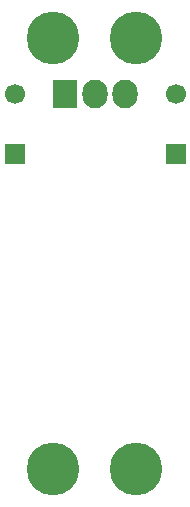
<source format=gbr>
G04 #@! TF.FileFunction,Soldermask,Top*
%FSLAX46Y46*%
G04 Gerber Fmt 4.6, Leading zero omitted, Abs format (unit mm)*
G04 Created by KiCad (PCBNEW 4.0.4+e1-6308~48~ubuntu16.04.1-stable) date Tue Oct 25 19:36:01 2016*
%MOMM*%
%LPD*%
G01*
G04 APERTURE LIST*
%ADD10C,0.100000*%
%ADD11R,2.127200X2.432000*%
%ADD12O,2.127200X2.432000*%
%ADD13R,1.700000X1.700000*%
%ADD14C,1.700000*%
%ADD15C,4.464000*%
G04 APERTURE END LIST*
D10*
D11*
X135978900Y-37769800D03*
D12*
X138518900Y-37769800D03*
X141058900Y-37769800D03*
D13*
X131711700Y-42773600D03*
D14*
X131711700Y-37773600D03*
D13*
X145351500Y-42773600D03*
D14*
X145351500Y-37773600D03*
D15*
X134999000Y-33018800D03*
X141999000Y-33018800D03*
X134999000Y-69447800D03*
X141999000Y-69447800D03*
M02*

</source>
